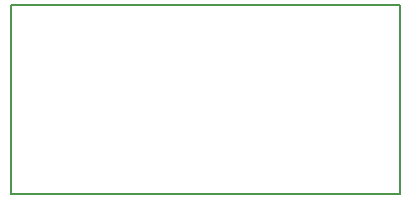
<source format=gm1>
G04 #@! TF.FileFunction,Profile,NP*
%FSLAX46Y46*%
G04 Gerber Fmt 4.6, Leading zero omitted, Abs format (unit mm)*
G04 Created by KiCad (PCBNEW 4.0.7) date 03/28/18 22:17:57*
%MOMM*%
%LPD*%
G01*
G04 APERTURE LIST*
%ADD10C,0.100000*%
%ADD11C,0.150000*%
G04 APERTURE END LIST*
D10*
D11*
X174000000Y-80500000D02*
X141000000Y-80500000D01*
X141000000Y-96500000D02*
X174000000Y-96500000D01*
X141000000Y-80500000D02*
X141000000Y-96500000D01*
X174000000Y-96500000D02*
X174000000Y-80500000D01*
M02*

</source>
